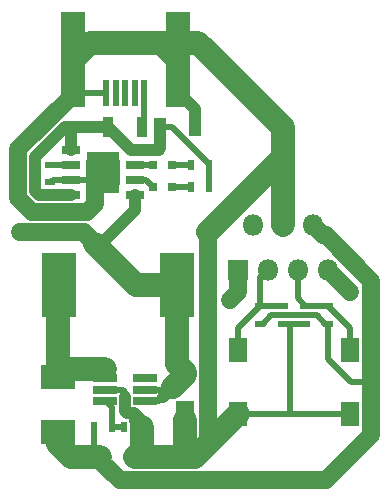
<source format=gbr>
G04 #@! TF.GenerationSoftware,KiCad,Pcbnew,5.0.2-bee76a0~70~ubuntu18.04.1*
G04 #@! TF.CreationDate,2019-10-10T21:29:05+02:00*
G04 #@! TF.ProjectId,prototype2,70726f74-6f74-4797-9065-322e6b696361,rev?*
G04 #@! TF.SameCoordinates,PX62b5c68PY68c4118*
G04 #@! TF.FileFunction,Copper,L1,Top*
G04 #@! TF.FilePolarity,Positive*
%FSLAX46Y46*%
G04 Gerber Fmt 4.6, Leading zero omitted, Abs format (unit mm)*
G04 Created by KiCad (PCBNEW 5.0.2-bee76a0~70~ubuntu18.04.1) date tor 10 okt 2019 21:29:05*
%MOMM*%
%LPD*%
G01*
G04 APERTURE LIST*
G04 #@! TA.AperFunction,SMDPad,CuDef*
%ADD10R,1.000000X1.600000*%
G04 #@! TD*
G04 #@! TA.AperFunction,SMDPad,CuDef*
%ADD11R,1.600000X1.000000*%
G04 #@! TD*
G04 #@! TA.AperFunction,SMDPad,CuDef*
%ADD12R,3.000000X2.000000*%
G04 #@! TD*
G04 #@! TA.AperFunction,SMDPad,CuDef*
%ADD13R,0.800000X0.800000*%
G04 #@! TD*
G04 #@! TA.AperFunction,SMDPad,CuDef*
%ADD14R,2.000000X2.500000*%
G04 #@! TD*
G04 #@! TA.AperFunction,SMDPad,CuDef*
%ADD15R,0.500000X2.300000*%
G04 #@! TD*
G04 #@! TA.AperFunction,SMDPad,CuDef*
%ADD16R,2.900680X5.400040*%
G04 #@! TD*
G04 #@! TA.AperFunction,SMDPad,CuDef*
%ADD17R,0.900000X0.500000*%
G04 #@! TD*
G04 #@! TA.AperFunction,SMDPad,CuDef*
%ADD18R,0.500000X0.900000*%
G04 #@! TD*
G04 #@! TA.AperFunction,SMDPad,CuDef*
%ADD19R,0.900000X1.700000*%
G04 #@! TD*
G04 #@! TA.AperFunction,SMDPad,CuDef*
%ADD20R,1.600000X2.000000*%
G04 #@! TD*
G04 #@! TA.AperFunction,ComponentPad*
%ADD21O,1.800000X1.800000*%
G04 #@! TD*
G04 #@! TA.AperFunction,ComponentPad*
%ADD22R,1.800000X1.800000*%
G04 #@! TD*
G04 #@! TA.AperFunction,SMDPad,CuDef*
%ADD23R,2.000000X0.650000*%
G04 #@! TD*
G04 #@! TA.AperFunction,SMDPad,CuDef*
%ADD24R,1.350000X1.800000*%
G04 #@! TD*
G04 #@! TA.AperFunction,SMDPad,CuDef*
%ADD25R,1.500000X0.650000*%
G04 #@! TD*
G04 #@! TA.AperFunction,ComponentPad*
%ADD26C,1.143000*%
G04 #@! TD*
G04 #@! TA.AperFunction,Conductor*
%ADD27C,0.500000*%
G04 #@! TD*
G04 #@! TA.AperFunction,Conductor*
%ADD28C,2.000000*%
G04 #@! TD*
G04 #@! TA.AperFunction,Conductor*
%ADD29C,1.000000*%
G04 #@! TD*
G04 #@! TA.AperFunction,Conductor*
%ADD30C,1.500000*%
G04 #@! TD*
G04 APERTURE END LIST*
D10*
G04 #@! TO.P,C1,2*
G04 #@! TO.N,GND*
X11025000Y3175000D03*
G04 #@! TO.P,C1,1*
G04 #@! TO.N,/12V*
X8025000Y3175000D03*
G04 #@! TD*
D11*
G04 #@! TO.P,C2,1*
G04 #@! TO.N,/VBAT*
X15240000Y10390000D03*
G04 #@! TO.P,C2,2*
G04 #@! TO.N,GND*
X15240000Y7390000D03*
G04 #@! TD*
D10*
G04 #@! TO.P,C3,2*
G04 #@! TO.N,GND*
X16105000Y31115000D03*
G04 #@! TO.P,C3,1*
G04 #@! TO.N,/VUSB*
X13105000Y31115000D03*
G04 #@! TD*
D12*
G04 #@! TO.P,D1,2*
G04 #@! TO.N,/SW*
X4445000Y9945000D03*
G04 #@! TO.P,D1,1*
G04 #@! TO.N,/12V*
X4445000Y5295000D03*
G04 #@! TD*
D13*
G04 #@! TO.P,D2,1*
G04 #@! TO.N,/chg*
X12535000Y27940000D03*
G04 #@! TO.P,D2,2*
G04 #@! TO.N,Net-(D2-Pad2)*
X14135000Y27940000D03*
G04 #@! TD*
G04 #@! TO.P,D3,2*
G04 #@! TO.N,Net-(D3-Pad2)*
X14135000Y26035000D03*
G04 #@! TO.P,D3,1*
G04 #@! TO.N,/stb*
X12535000Y26035000D03*
G04 #@! TD*
D14*
G04 #@! TO.P,J1,6*
G04 #@! TO.N,GND*
X5710000Y39630000D03*
X5710000Y34130000D03*
X14610000Y39630000D03*
X14610000Y34130000D03*
D15*
G04 #@! TO.P,J1,5*
X8560000Y34030000D03*
G04 #@! TO.P,J1,4*
G04 #@! TO.N,Net-(J1-Pad4)*
X9360000Y34030000D03*
G04 #@! TO.P,J1,3*
G04 #@! TO.N,Net-(J1-Pad3)*
X10160000Y34030000D03*
G04 #@! TO.P,J1,2*
G04 #@! TO.N,Net-(J1-Pad2)*
X10960000Y34030000D03*
G04 #@! TO.P,J1,1*
G04 #@! TO.N,Net-(J1-Pad1)*
X11760000Y34030000D03*
G04 #@! TD*
D16*
G04 #@! TO.P,L1,2*
G04 #@! TO.N,/VBAT*
X14526260Y17780000D03*
G04 #@! TO.P,L1,1*
G04 #@! TO.N,/SW*
X4523740Y17780000D03*
G04 #@! TD*
D17*
G04 #@! TO.P,R1,1*
G04 #@! TO.N,/12V*
X27305000Y14490000D03*
G04 #@! TO.P,R1,2*
G04 #@! TO.N,/dir_b*
X27305000Y15990000D03*
G04 #@! TD*
G04 #@! TO.P,R2,1*
G04 #@! TO.N,/dir_b*
X25400000Y15990000D03*
G04 #@! TO.P,R2,2*
G04 #@! TO.N,GND*
X25400000Y14490000D03*
G04 #@! TD*
G04 #@! TO.P,R3,1*
G04 #@! TO.N,/prog*
X3810000Y27940000D03*
G04 #@! TO.P,R3,2*
G04 #@! TO.N,GND*
X3810000Y26440000D03*
G04 #@! TD*
G04 #@! TO.P,R4,2*
G04 #@! TO.N,/dir_a*
X21590000Y15990000D03*
G04 #@! TO.P,R4,1*
G04 #@! TO.N,/12V*
X21590000Y14490000D03*
G04 #@! TD*
G04 #@! TO.P,R5,2*
G04 #@! TO.N,GND*
X23495000Y14490000D03*
G04 #@! TO.P,R5,1*
G04 #@! TO.N,/dir_a*
X23495000Y15990000D03*
G04 #@! TD*
D18*
G04 #@! TO.P,R6,2*
G04 #@! TO.N,/FB*
X9005000Y5715000D03*
G04 #@! TO.P,R6,1*
G04 #@! TO.N,/12V*
X7505000Y5715000D03*
G04 #@! TD*
G04 #@! TO.P,R7,1*
G04 #@! TO.N,/FB*
X10045000Y5715000D03*
G04 #@! TO.P,R7,2*
G04 #@! TO.N,GND*
X11545000Y5715000D03*
G04 #@! TD*
G04 #@! TO.P,R8,2*
G04 #@! TO.N,Net-(D2-Pad2)*
X15760000Y27940000D03*
G04 #@! TO.P,R8,1*
G04 #@! TO.N,/VUSB*
X17260000Y27940000D03*
G04 #@! TD*
G04 #@! TO.P,R9,2*
G04 #@! TO.N,Net-(D3-Pad2)*
X15760000Y26035000D03*
G04 #@! TO.P,R9,1*
G04 #@! TO.N,/VUSB*
X17260000Y26035000D03*
G04 #@! TD*
D19*
G04 #@! TO.P,R10,2*
G04 #@! TO.N,Net-(J1-Pad1)*
X11610000Y31115000D03*
G04 #@! TO.P,R10,1*
G04 #@! TO.N,/VUSB*
X8710000Y31115000D03*
G04 #@! TD*
D20*
G04 #@! TO.P,SW1,1*
G04 #@! TO.N,/dir_b*
X29210000Y12225000D03*
G04 #@! TO.P,SW1,2*
G04 #@! TO.N,GND*
X29210000Y6825000D03*
G04 #@! TD*
G04 #@! TO.P,SW2,2*
G04 #@! TO.N,GND*
X19685000Y6825000D03*
G04 #@! TO.P,SW2,1*
G04 #@! TO.N,/dir_a*
X19685000Y12225000D03*
G04 #@! TD*
D21*
G04 #@! TO.P,U3,7*
G04 #@! TO.N,/motor_b*
X27305000Y19050000D03*
G04 #@! TO.P,U3,6*
G04 #@! TO.N,/12V*
X26035000Y22850000D03*
G04 #@! TO.P,U3,5*
G04 #@! TO.N,/dir_b*
X24765000Y19050000D03*
G04 #@! TO.P,U3,4*
G04 #@! TO.N,GND*
X23495000Y22850000D03*
G04 #@! TO.P,U3,3*
G04 #@! TO.N,/dir_a*
X22225000Y19050000D03*
G04 #@! TO.P,U3,2*
G04 #@! TO.N,Net-(U3-Pad2)*
X20955000Y22850000D03*
D22*
G04 #@! TO.P,U3,1*
G04 #@! TO.N,/motor_a*
X19685000Y19050000D03*
G04 #@! TD*
D23*
G04 #@! TO.P,U1,6*
G04 #@! TO.N,Net-(U1-Pad6)*
X11870000Y9840000D03*
G04 #@! TO.P,U1,5*
G04 #@! TO.N,/VBAT*
X11870000Y8890000D03*
G04 #@! TO.P,U1,4*
X11870000Y7940000D03*
G04 #@! TO.P,U1,3*
G04 #@! TO.N,/FB*
X8450000Y7940000D03*
G04 #@! TO.P,U1,2*
G04 #@! TO.N,GND*
X8450000Y8890000D03*
G04 #@! TO.P,U1,1*
G04 #@! TO.N,/SW*
X8450000Y9840000D03*
G04 #@! TD*
D24*
G04 #@! TO.P,U2,9*
G04 #@! TO.N,GND*
X7580000Y28205000D03*
X7580000Y26405000D03*
X8930000Y28205000D03*
X8930000Y26405000D03*
D25*
G04 #@! TO.P,U2,8*
G04 #@! TO.N,/VUSB*
X10955000Y29210000D03*
G04 #@! TO.P,U2,7*
G04 #@! TO.N,/chg*
X10955000Y27940000D03*
G04 #@! TO.P,U2,6*
G04 #@! TO.N,/stb*
X10955000Y26670000D03*
G04 #@! TO.P,U2,5*
G04 #@! TO.N,/VBAT*
X10955000Y25400000D03*
G04 #@! TO.P,U2,4*
G04 #@! TO.N,/VUSB*
X5555000Y25400000D03*
G04 #@! TO.P,U2,3*
G04 #@! TO.N,GND*
X5555000Y26670000D03*
G04 #@! TO.P,U2,2*
G04 #@! TO.N,/prog*
X5555000Y27940000D03*
G04 #@! TO.P,U2,1*
G04 #@! TO.N,/VUSB*
X5555000Y29210000D03*
G04 #@! TD*
D26*
G04 #@! TO.P,J2,1*
G04 #@! TO.N,/VBAT*
X1270000Y22225000D03*
G04 #@! TD*
G04 #@! TO.P,J3,1*
G04 #@! TO.N,/motor_a*
X19050000Y16510000D03*
G04 #@! TD*
G04 #@! TO.P,J4,1*
G04 #@! TO.N,/motor_b*
X29210000Y17145000D03*
G04 #@! TD*
G04 #@! TO.P,J5,1*
G04 #@! TO.N,GND*
X17145000Y22225000D03*
G04 #@! TD*
D27*
G04 #@! TO.N,GND*
X4040000Y26670000D02*
X3810000Y26440000D01*
X5555000Y26670000D02*
X4040000Y26670000D01*
D28*
X7160001Y38280001D02*
X13159999Y38280001D01*
X5710000Y36830000D02*
X7160001Y38280001D01*
X13159999Y38280001D02*
X14610000Y36830000D01*
X5710000Y39630000D02*
X5710000Y36830000D01*
X14610000Y36830000D02*
X14610000Y34130000D01*
X5710000Y36830000D02*
X5710000Y34130000D01*
X14610000Y39630000D02*
X14610000Y36830000D01*
D29*
X16105000Y32635000D02*
X14610000Y34130000D01*
X16105000Y31115000D02*
X16105000Y32635000D01*
D28*
X23495000Y22850000D02*
X23495000Y31115000D01*
X16329999Y38280001D02*
X13159999Y38280001D01*
X23495000Y31115000D02*
X16329999Y38280001D01*
X23495000Y28575000D02*
X23495000Y31115000D01*
X17145000Y22225000D02*
X23495000Y28575000D01*
X11025000Y3175000D02*
X16035000Y3175000D01*
X11545000Y3695000D02*
X11025000Y3175000D01*
X11545000Y5715000D02*
X11545000Y3695000D01*
D29*
X15240000Y7390000D02*
X15240000Y6985000D01*
X15240000Y7390000D02*
X15240000Y6350000D01*
D28*
X15240000Y3970000D02*
X16035000Y3175000D01*
X15240000Y6350000D02*
X15240000Y3970000D01*
D30*
X11545000Y5715000D02*
X11545000Y5912070D01*
X11545000Y5912070D02*
X11245001Y6212069D01*
D29*
X10309999Y6914999D02*
X10160000Y7064998D01*
X10865001Y6914999D02*
X10309999Y6914999D01*
X11545000Y5912070D02*
X11545000Y6235000D01*
X11545000Y6235000D02*
X10865001Y6914999D01*
X10160000Y7064998D02*
X10160000Y8255000D01*
D27*
X9950000Y8890000D02*
X8450000Y8890000D01*
X10160000Y8680000D02*
X9950000Y8890000D01*
X10160000Y8255000D02*
X10160000Y8680000D01*
X29210000Y6825000D02*
X27910000Y6825000D01*
X24130000Y14490000D02*
X24130000Y6825000D01*
X24130000Y6825000D02*
X19685000Y6825000D01*
X27910000Y6825000D02*
X24130000Y6825000D01*
X24130000Y14490000D02*
X25400000Y14490000D01*
X23495000Y14490000D02*
X24130000Y14490000D01*
D30*
X17190010Y11197720D02*
X17190010Y4330010D01*
X17145000Y11242730D02*
X17190010Y11197720D01*
X17145000Y22225000D02*
X17145000Y11242730D01*
X17190010Y4330010D02*
X17145000Y4285000D01*
D28*
X16035000Y3175000D02*
X17145000Y4285000D01*
X17145000Y4285000D02*
X19685000Y6825000D01*
D27*
X5810000Y34030000D02*
X5710000Y34130000D01*
X8560000Y34030000D02*
X5810000Y34030000D01*
X7315000Y26670000D02*
X7580000Y26405000D01*
X5555000Y26670000D02*
X7315000Y26670000D01*
D30*
X5710000Y33880000D02*
X5710000Y34130000D01*
X1089990Y29259990D02*
X5710000Y33880000D01*
X1089990Y25149385D02*
X1089990Y29259990D01*
X6889992Y23949990D02*
X2289385Y23949990D01*
X7580000Y24639998D02*
X6889992Y23949990D01*
X2289385Y23949990D02*
X1089990Y25149385D01*
X7580000Y26405000D02*
X7580000Y24639998D01*
X8930000Y26405000D02*
X8930000Y28205000D01*
X8930000Y28205000D02*
X7580000Y28205000D01*
X7580000Y28205000D02*
X7580000Y26405000D01*
D28*
G04 #@! TO.N,/12V*
X5525000Y3175000D02*
X8025000Y3175000D01*
X4445000Y4255000D02*
X5525000Y3175000D01*
X4445000Y5295000D02*
X4445000Y4255000D01*
D27*
X7505000Y3695000D02*
X8025000Y3175000D01*
X7505000Y5715000D02*
X7505000Y3695000D01*
X21790000Y14490000D02*
X22540000Y15240000D01*
X21590000Y14490000D02*
X21790000Y14490000D01*
X27105000Y14490000D02*
X27305000Y14490000D01*
X26355000Y15240000D02*
X27105000Y14490000D01*
X22540000Y15240000D02*
X26355000Y15240000D01*
D30*
X26934999Y21950001D02*
X26035000Y22850000D01*
X27143001Y21950001D02*
X26934999Y21950001D01*
X27119992Y1224990D02*
X30960001Y5064999D01*
X9675010Y1224990D02*
X27119992Y1224990D01*
X8025000Y2875000D02*
X9675010Y1224990D01*
X30960001Y18133001D02*
X27143001Y21950001D01*
X8025000Y3175000D02*
X8025000Y2875000D01*
D27*
X27305000Y11519998D02*
X29299998Y9525000D01*
X27305000Y14490000D02*
X27305000Y11519998D01*
X29299998Y9525000D02*
X30960001Y9525000D01*
D30*
X30960001Y5064999D02*
X30960001Y9525000D01*
X30960001Y9525000D02*
X30960001Y18133001D01*
D28*
G04 #@! TO.N,/VBAT*
X11075920Y17780000D02*
X14526260Y17780000D01*
D29*
X8115920Y21235920D02*
X7620000Y21235920D01*
X10955000Y24075000D02*
X8115920Y21235920D01*
X10955000Y25400000D02*
X10955000Y24075000D01*
D28*
X7620000Y21235920D02*
X11075920Y17780000D01*
X14526260Y11103740D02*
X15240000Y10390000D01*
X14526260Y17780000D02*
X14526260Y11103740D01*
D27*
X11870000Y8890000D02*
X13335000Y8890000D01*
X11870000Y7940000D02*
X13020000Y7940000D01*
X13335000Y8255000D02*
X13335000Y8890000D01*
X13020000Y7940000D02*
X13335000Y8255000D01*
D28*
X15240000Y10160000D02*
X14170001Y9090001D01*
X15240000Y10390000D02*
X15240000Y10160000D01*
D29*
X13335000Y8255000D02*
X14170001Y9090001D01*
X14170001Y9090001D02*
X13970000Y8890000D01*
D30*
X6630920Y22225000D02*
X7620000Y21235920D01*
X1270000Y22225000D02*
X6630920Y22225000D01*
D27*
G04 #@! TO.N,/VUSB*
X17260000Y27960000D02*
X17260000Y27940000D01*
X14105000Y31115000D02*
X17260000Y27960000D01*
X13105000Y31115000D02*
X14105000Y31115000D01*
X17260000Y27940000D02*
X17260000Y26035000D01*
D29*
X2889998Y25400000D02*
X2540000Y25749998D01*
X5555000Y25400000D02*
X2889998Y25400000D01*
X7260000Y31115000D02*
X8710000Y31115000D01*
X5024998Y31115000D02*
X7260000Y31115000D01*
X2540000Y28630002D02*
X5024998Y31115000D01*
X2540000Y25749998D02*
X2540000Y28630002D01*
X5555000Y30584998D02*
X5024998Y31115000D01*
X5555000Y29210000D02*
X5555000Y30584998D01*
X10615000Y29210000D02*
X8710000Y31115000D01*
X10955000Y29210000D02*
X10615000Y29210000D01*
X13105000Y29315000D02*
X13105000Y31115000D01*
X13000000Y29210000D02*
X13105000Y29315000D01*
X10955000Y29210000D02*
X13000000Y29210000D01*
D28*
G04 #@! TO.N,/SW*
X4445000Y17701260D02*
X4523740Y17780000D01*
X4445000Y9945000D02*
X4445000Y17701260D01*
D27*
X8450000Y10665000D02*
X8320000Y10795000D01*
X8450000Y9840000D02*
X8450000Y10665000D01*
D28*
X5165000Y10665000D02*
X4445000Y9945000D01*
X8450000Y10665000D02*
X5165000Y10665000D01*
D27*
G04 #@! TO.N,/chg*
X10955000Y27940000D02*
X12535000Y27940000D01*
G04 #@! TO.N,Net-(D2-Pad2)*
X15760000Y27940000D02*
X14135000Y27940000D01*
G04 #@! TO.N,Net-(D3-Pad2)*
X15760000Y26035000D02*
X14135000Y26035000D01*
G04 #@! TO.N,/stb*
X11900000Y26670000D02*
X10955000Y26670000D01*
X12535000Y26035000D02*
X11900000Y26670000D01*
G04 #@! TO.N,Net-(J1-Pad1)*
X11760000Y31265000D02*
X11610000Y31115000D01*
X11760000Y34030000D02*
X11760000Y31265000D01*
D30*
G04 #@! TO.N,/motor_b*
X27305000Y19050000D02*
X29210000Y17145000D01*
G04 #@! TO.N,/motor_a*
X19685000Y17145000D02*
X19050000Y16510000D01*
X19685000Y19050000D02*
X19685000Y17145000D01*
D27*
G04 #@! TO.N,/dir_b*
X24765000Y16625000D02*
X25400000Y15990000D01*
X24765000Y19050000D02*
X24765000Y16625000D01*
X25400000Y15990000D02*
X27305000Y15990000D01*
X29210000Y14085000D02*
X27305000Y15990000D01*
X29210000Y12225000D02*
X29210000Y14085000D01*
G04 #@! TO.N,/prog*
X3810000Y27940000D02*
X5555000Y27940000D01*
G04 #@! TO.N,/dir_a*
X23495000Y15990000D02*
X21590000Y15990000D01*
X21590000Y18415000D02*
X22225000Y19050000D01*
X21590000Y15990000D02*
X21590000Y18415000D01*
X19685000Y14085000D02*
X21590000Y15990000D01*
X19685000Y12225000D02*
X19685000Y14085000D01*
G04 #@! TO.N,/FB*
X9005000Y5715000D02*
X10045000Y5715000D01*
X9005000Y7385000D02*
X8450000Y7940000D01*
X9005000Y5715000D02*
X9005000Y7385000D01*
G04 #@! TD*
M02*

</source>
